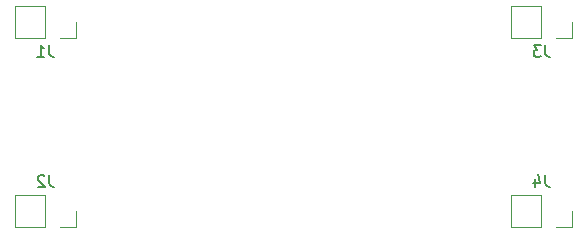
<source format=gbr>
%TF.GenerationSoftware,KiCad,Pcbnew,(6.0.6)*%
%TF.CreationDate,2022-08-22T11:18:43+02:00*%
%TF.ProjectId,nixieboi_psu,6e697869-6562-46f6-995f-7073752e6b69,rev?*%
%TF.SameCoordinates,Original*%
%TF.FileFunction,Legend,Bot*%
%TF.FilePolarity,Positive*%
%FSLAX46Y46*%
G04 Gerber Fmt 4.6, Leading zero omitted, Abs format (unit mm)*
G04 Created by KiCad (PCBNEW (6.0.6)) date 2022-08-22 11:18:43*
%MOMM*%
%LPD*%
G01*
G04 APERTURE LIST*
%ADD10C,0.150000*%
%ADD11C,0.120000*%
%ADD12R,1.905000X2.000000*%
%ADD13O,1.905000X2.000000*%
%ADD14C,2.600000*%
%ADD15R,1.600000X1.600000*%
%ADD16C,1.600000*%
%ADD17R,1.700000X1.700000*%
%ADD18O,1.700000X1.700000*%
%ADD19C,0.800000*%
G04 APERTURE END LIST*
D10*
%TO.C,J4*%
X135838333Y-74452380D02*
X135838333Y-75166666D01*
X135885952Y-75309523D01*
X135981190Y-75404761D01*
X136124047Y-75452380D01*
X136219285Y-75452380D01*
X134933571Y-74785714D02*
X134933571Y-75452380D01*
X135171666Y-74404761D02*
X135409761Y-75119047D01*
X134790714Y-75119047D01*
%TO.C,J2*%
X93838333Y-74452380D02*
X93838333Y-75166666D01*
X93885952Y-75309523D01*
X93981190Y-75404761D01*
X94124047Y-75452380D01*
X94219285Y-75452380D01*
X93409761Y-74547619D02*
X93362142Y-74500000D01*
X93266904Y-74452380D01*
X93028809Y-74452380D01*
X92933571Y-74500000D01*
X92885952Y-74547619D01*
X92838333Y-74642857D01*
X92838333Y-74738095D01*
X92885952Y-74880952D01*
X93457380Y-75452380D01*
X92838333Y-75452380D01*
%TO.C,J3*%
X135833333Y-63452380D02*
X135833333Y-64166666D01*
X135880952Y-64309523D01*
X135976190Y-64404761D01*
X136119047Y-64452380D01*
X136214285Y-64452380D01*
X135452380Y-63452380D02*
X134833333Y-63452380D01*
X135166666Y-63833333D01*
X135023809Y-63833333D01*
X134928571Y-63880952D01*
X134880952Y-63928571D01*
X134833333Y-64023809D01*
X134833333Y-64261904D01*
X134880952Y-64357142D01*
X134928571Y-64404761D01*
X135023809Y-64452380D01*
X135309523Y-64452380D01*
X135404761Y-64404761D01*
X135452380Y-64357142D01*
%TO.C,J1*%
X93833333Y-63452380D02*
X93833333Y-64166666D01*
X93880952Y-64309523D01*
X93976190Y-64404761D01*
X94119047Y-64452380D01*
X94214285Y-64452380D01*
X92833333Y-64452380D02*
X93404761Y-64452380D01*
X93119047Y-64452380D02*
X93119047Y-63452380D01*
X93214285Y-63595238D01*
X93309523Y-63690476D01*
X93404761Y-63738095D01*
D11*
%TO.C,J4*%
X135505000Y-78830000D02*
X132905000Y-78830000D01*
X135505000Y-76170000D02*
X132905000Y-76170000D01*
X138105000Y-78830000D02*
X138105000Y-77500000D01*
X136775000Y-78830000D02*
X138105000Y-78830000D01*
X135505000Y-78830000D02*
X135505000Y-76170000D01*
X132905000Y-78830000D02*
X132905000Y-76170000D01*
%TO.C,J2*%
X94775000Y-78830000D02*
X96105000Y-78830000D01*
X90905000Y-78830000D02*
X90905000Y-76170000D01*
X93505000Y-78830000D02*
X90905000Y-78830000D01*
X93505000Y-78830000D02*
X93505000Y-76170000D01*
X96105000Y-78830000D02*
X96105000Y-77500000D01*
X93505000Y-76170000D02*
X90905000Y-76170000D01*
%TO.C,J3*%
X136775000Y-62830000D02*
X138105000Y-62830000D01*
X135505000Y-62830000D02*
X135505000Y-60170000D01*
X135505000Y-60170000D02*
X132905000Y-60170000D01*
X132905000Y-62830000D02*
X132905000Y-60170000D01*
X135505000Y-62830000D02*
X132905000Y-62830000D01*
X138105000Y-62830000D02*
X138105000Y-61500000D01*
%TO.C,J1*%
X96105000Y-62830000D02*
X96105000Y-61500000D01*
X93505000Y-60170000D02*
X90905000Y-60170000D01*
X93505000Y-62830000D02*
X93505000Y-60170000D01*
X94775000Y-62830000D02*
X96105000Y-62830000D01*
X90905000Y-62830000D02*
X90905000Y-60170000D01*
X93505000Y-62830000D02*
X90905000Y-62830000D01*
%TD*%
%LPC*%
D12*
%TO.C,Q1*%
X111960000Y-64945000D03*
D13*
X114500000Y-64945000D03*
X117040000Y-64945000D03*
%TD*%
D14*
%TO.C,L1*%
X112000000Y-73500000D03*
X117000000Y-73500000D03*
%TD*%
D15*
%TO.C,C4*%
X124500000Y-75152651D03*
D16*
X124500000Y-71652651D03*
%TD*%
D15*
%TO.C,C1*%
X104500000Y-75152651D03*
D16*
X104500000Y-71652651D03*
%TD*%
D17*
%TO.C,J4*%
X136775000Y-77500000D03*
D18*
X134235000Y-77500000D03*
%TD*%
D17*
%TO.C,J2*%
X94775000Y-77500000D03*
D18*
X92235000Y-77500000D03*
%TD*%
D17*
%TO.C,J3*%
X136775000Y-61500000D03*
D18*
X134235000Y-61500000D03*
%TD*%
D17*
%TO.C,J1*%
X94775000Y-61500000D03*
D18*
X92235000Y-61500000D03*
%TD*%
D19*
X92000000Y-64500000D03*
X129000000Y-71500000D03*
X99000000Y-74500000D03*
X133500000Y-66000000D03*
X108500000Y-68000000D03*
X124500000Y-67500000D03*
X120500000Y-61000000D03*
X120500000Y-77500000D03*
X91000000Y-73000000D03*
X98500000Y-64500000D03*
X94500000Y-69500000D03*
X108500000Y-77500000D03*
X138000000Y-72000000D03*
X129000000Y-67500000D03*
X108500000Y-61000000D03*
X120500000Y-68000000D03*
X98750000Y-71000000D03*
X130250000Y-69750000D03*
X94500000Y-68250000D03*
X103000000Y-68250000D03*
M02*

</source>
